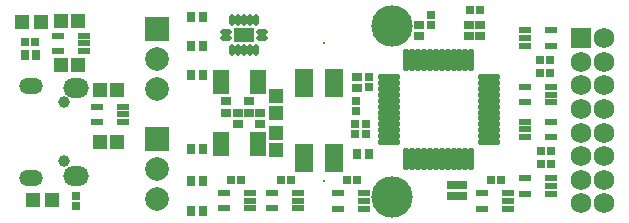
<source format=gbs>
%FSLAX44Y44*%
%MOMM*%
G71*
G01*
G75*
G04 Layer_Color=16711935*
%ADD10R,1.3000X0.4500*%
%ADD11R,2.7940X0.7366*%
%ADD12R,0.5000X0.2000*%
%ADD13R,0.7620X0.7620*%
%ADD14R,0.3000X0.3000*%
%ADD15R,0.7620X0.7620*%
%ADD16R,0.6200X0.5700*%
%ADD17C,0.1500*%
%ADD18C,0.2540*%
%ADD19R,1.5240X1.5240*%
%ADD20C,1.5240*%
%ADD21C,0.8000*%
%ADD22O,1.8000X1.1500*%
%ADD23O,2.0000X1.4500*%
%ADD24R,1.8000X1.8000*%
%ADD25C,1.8000*%
%ADD26C,0.6100*%
%ADD27C,0.6000*%
%ADD28R,0.5700X0.6200*%
%ADD29R,0.6000X0.5500*%
%ADD30R,1.4000X2.2000*%
%ADD31O,1.7500X0.3500*%
%ADD32O,0.3500X1.7500*%
%ADD33R,0.8500X0.3500*%
%ADD34R,0.9500X0.9500*%
%ADD35R,0.5500X0.6000*%
%ADD36R,0.9700X0.9600*%
%ADD37R,0.9500X0.9500*%
%ADD38R,1.2500X0.3000*%
%ADD39O,0.3000X0.8000*%
%ADD40O,0.8000X0.3000*%
%ADD41R,1.5000X1.0000*%
%ADD42C,3.3000*%
%ADD43C,0.4000*%
%ADD44C,0.2286*%
%ADD45C,0.1778*%
%ADD46R,1.5032X0.6532*%
%ADD47R,2.8956X0.8382*%
%ADD48R,0.7032X0.4032*%
%ADD49R,0.9652X0.9652*%
%ADD50R,0.5032X0.5032*%
%ADD51R,0.9652X0.9652*%
%ADD52R,0.8232X0.7732*%
%ADD53C,0.2032*%
%ADD54R,1.7272X1.7272*%
%ADD55C,1.7272*%
%ADD56C,1.0032*%
%ADD57O,2.0032X1.3532*%
%ADD58O,2.2032X1.6532*%
%ADD59R,2.0032X2.0032*%
%ADD60C,2.0032*%
%ADD61R,0.7732X0.8232*%
%ADD62R,0.8032X0.7532*%
%ADD63R,1.6032X2.4032*%
%ADD64O,1.9532X0.5532*%
%ADD65O,0.5532X1.9532*%
%ADD66R,1.0532X0.5532*%
%ADD67R,1.1532X1.1532*%
%ADD68R,0.7532X0.8032*%
%ADD69R,1.1732X1.1632*%
%ADD70R,1.1532X1.1532*%
%ADD71R,1.4532X0.5032*%
%ADD72O,0.5032X1.0032*%
%ADD73O,1.0032X0.5032*%
%ADD74R,1.7032X1.2032*%
%ADD75C,3.5032*%
D52*
X1580250Y1217050D02*
D03*
Y1207450D02*
D03*
X1633000Y1261050D02*
D03*
Y1251450D02*
D03*
X1669480Y1125850D02*
D03*
Y1116250D02*
D03*
X1660730Y1125850D02*
D03*
Y1116250D02*
D03*
X1684750Y1251450D02*
D03*
Y1261050D02*
D03*
X1675250Y1251450D02*
D03*
Y1261050D02*
D03*
X1470000Y1186950D02*
D03*
Y1196550D02*
D03*
X1488833Y1186950D02*
D03*
Y1196550D02*
D03*
X1498250Y1186800D02*
D03*
Y1177200D02*
D03*
X1479417Y1186800D02*
D03*
Y1177200D02*
D03*
D53*
X1552500Y1128825D02*
D03*
Y1246170D02*
D03*
D54*
X1770000Y1250000D02*
D03*
D55*
X1790000D02*
D03*
X1770000Y1230000D02*
D03*
X1790000D02*
D03*
X1770000Y1210000D02*
D03*
X1790000D02*
D03*
X1770000Y1190000D02*
D03*
X1790000D02*
D03*
X1770000Y1170000D02*
D03*
X1790000D02*
D03*
X1770000Y1150000D02*
D03*
X1790000D02*
D03*
X1770000Y1130000D02*
D03*
X1790000D02*
D03*
X1770000Y1110000D02*
D03*
X1790000D02*
D03*
D56*
X1332400Y1145640D02*
D03*
Y1195640D02*
D03*
D57*
X1304900Y1131890D02*
D03*
Y1209390D02*
D03*
D58*
X1342900Y1133390D02*
D03*
Y1207890D02*
D03*
D59*
X1411054Y1165000D02*
D03*
Y1258002D02*
D03*
D60*
Y1139600D02*
D03*
Y1114200D02*
D03*
Y1232602D02*
D03*
Y1207202D02*
D03*
D61*
X1299490Y1235710D02*
D03*
X1309090D02*
D03*
X1590300Y1151750D02*
D03*
X1580700D02*
D03*
X1449800Y1155750D02*
D03*
X1440200D02*
D03*
X1449800Y1218500D02*
D03*
X1440200D02*
D03*
X1449800Y1268250D02*
D03*
X1440200D02*
D03*
X1449800Y1243500D02*
D03*
X1440200D02*
D03*
X1449800Y1103500D02*
D03*
X1440200D02*
D03*
X1449800Y1128750D02*
D03*
X1440200D02*
D03*
D62*
X1579250Y1168750D02*
D03*
Y1177250D02*
D03*
X1580000Y1196750D02*
D03*
Y1188250D02*
D03*
X1342500Y1116000D02*
D03*
Y1107500D02*
D03*
X1590500Y1208250D02*
D03*
Y1216750D02*
D03*
X1588500Y1168750D02*
D03*
Y1177250D02*
D03*
X1643000Y1269750D02*
D03*
Y1261250D02*
D03*
D63*
X1536000Y1211750D02*
D03*
Y1148750D02*
D03*
X1561000Y1211750D02*
D03*
Y1148750D02*
D03*
D64*
X1607500Y1217000D02*
D03*
Y1212000D02*
D03*
Y1207000D02*
D03*
Y1202000D02*
D03*
Y1197000D02*
D03*
Y1192000D02*
D03*
Y1187000D02*
D03*
Y1182000D02*
D03*
Y1177000D02*
D03*
Y1172000D02*
D03*
Y1167000D02*
D03*
Y1162000D02*
D03*
X1692000D02*
D03*
Y1167000D02*
D03*
Y1172000D02*
D03*
Y1177000D02*
D03*
Y1182000D02*
D03*
Y1187000D02*
D03*
Y1192000D02*
D03*
Y1197000D02*
D03*
Y1202000D02*
D03*
Y1207000D02*
D03*
Y1212000D02*
D03*
Y1217000D02*
D03*
D65*
X1622250Y1147250D02*
D03*
X1627250D02*
D03*
X1632250D02*
D03*
X1637250D02*
D03*
X1642250D02*
D03*
X1647250D02*
D03*
X1652250D02*
D03*
X1657250D02*
D03*
X1662250D02*
D03*
X1667250D02*
D03*
X1672250D02*
D03*
X1677250D02*
D03*
Y1231750D02*
D03*
X1672250D02*
D03*
X1667250D02*
D03*
X1662250D02*
D03*
X1647250D02*
D03*
X1642250D02*
D03*
X1637250D02*
D03*
X1632250D02*
D03*
X1627250D02*
D03*
X1622250D02*
D03*
X1657250D02*
D03*
X1652250D02*
D03*
D66*
X1708150Y1118730D02*
D03*
Y1112230D02*
D03*
Y1105730D02*
D03*
X1686150D02*
D03*
Y1118730D02*
D03*
X1382500Y1192000D02*
D03*
Y1185500D02*
D03*
Y1179000D02*
D03*
X1360500D02*
D03*
Y1192000D02*
D03*
X1349250Y1252000D02*
D03*
Y1245500D02*
D03*
Y1239000D02*
D03*
X1327250D02*
D03*
Y1252000D02*
D03*
X1745080Y1131430D02*
D03*
Y1124930D02*
D03*
Y1118430D02*
D03*
X1723080D02*
D03*
Y1131430D02*
D03*
X1722580Y1243530D02*
D03*
Y1250030D02*
D03*
Y1256530D02*
D03*
X1744580D02*
D03*
Y1243530D02*
D03*
X1722580Y1166247D02*
D03*
Y1172747D02*
D03*
Y1179247D02*
D03*
X1744580D02*
D03*
Y1166247D02*
D03*
X1530350Y1118870D02*
D03*
Y1112370D02*
D03*
Y1105870D02*
D03*
X1508350D02*
D03*
Y1118870D02*
D03*
X1489710D02*
D03*
Y1112370D02*
D03*
Y1105870D02*
D03*
X1467710D02*
D03*
Y1118870D02*
D03*
X1586230Y1118730D02*
D03*
Y1112230D02*
D03*
Y1105730D02*
D03*
X1564230D02*
D03*
Y1118730D02*
D03*
X1745080Y1208713D02*
D03*
Y1202213D02*
D03*
Y1195713D02*
D03*
X1723080D02*
D03*
Y1208713D02*
D03*
D67*
X1377580Y1162090D02*
D03*
X1363080D02*
D03*
X1377580Y1206500D02*
D03*
X1363080D02*
D03*
X1330000Y1227000D02*
D03*
X1344500D02*
D03*
Y1264500D02*
D03*
X1330000D02*
D03*
D68*
X1308250Y1246750D02*
D03*
X1299750D02*
D03*
X1676250Y1274000D02*
D03*
X1684750D02*
D03*
X1744830Y1143430D02*
D03*
X1736330D02*
D03*
X1474030Y1130300D02*
D03*
X1482530D02*
D03*
X1515940D02*
D03*
X1524440D02*
D03*
X1571820D02*
D03*
X1580320D02*
D03*
X1693740D02*
D03*
X1702240D02*
D03*
X1744330Y1231780D02*
D03*
X1735830D02*
D03*
X1744830Y1154580D02*
D03*
X1736330D02*
D03*
X1735830Y1220630D02*
D03*
X1744330D02*
D03*
D69*
X1296850Y1263500D02*
D03*
X1313150D02*
D03*
X1322150Y1112750D02*
D03*
X1305850D02*
D03*
D70*
X1511750Y1186500D02*
D03*
Y1201000D02*
D03*
Y1169750D02*
D03*
Y1155250D02*
D03*
D71*
X1496790Y1220250D02*
D03*
Y1215250D02*
D03*
Y1210250D02*
D03*
Y1205250D02*
D03*
X1465210Y1220250D02*
D03*
Y1215250D02*
D03*
Y1210250D02*
D03*
Y1205250D02*
D03*
X1496790Y1167750D02*
D03*
Y1162750D02*
D03*
Y1157750D02*
D03*
Y1152750D02*
D03*
X1465210Y1167750D02*
D03*
Y1162750D02*
D03*
Y1157750D02*
D03*
Y1152750D02*
D03*
D72*
X1495000Y1240000D02*
D03*
X1490000D02*
D03*
X1485000D02*
D03*
X1480000D02*
D03*
X1475000D02*
D03*
Y1265000D02*
D03*
X1480000D02*
D03*
X1485000D02*
D03*
X1490000D02*
D03*
X1495000D02*
D03*
D73*
X1470000Y1250000D02*
D03*
Y1255000D02*
D03*
X1500000D02*
D03*
Y1250000D02*
D03*
D74*
X1485000Y1252500D02*
D03*
D75*
X1610000Y1260000D02*
D03*
Y1115500D02*
D03*
M02*

</source>
